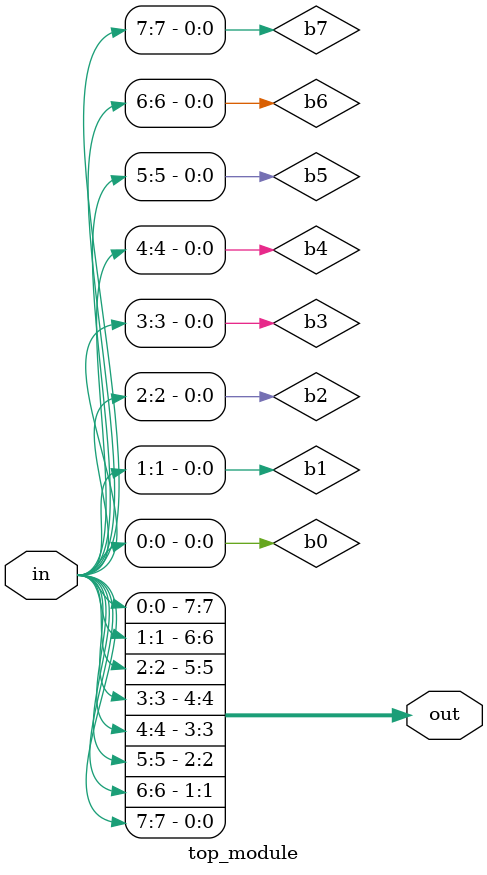
<source format=sv>
module top_module (
	input [7:0] in,
	output [7:0] out
);
	
	// Define a wire for each bit in the input vector
	wire b0, b1, b2, b3, b4, b5, b6, b7;

	// Assign each wire to the corresponding bit in the input vector
	assign b0 = in[0];
	assign b1 = in[1];
	assign b2 = in[2];
	assign b3 = in[3];
	assign b4 = in[4];
	assign b5 = in[5];
	assign b6 = in[6];
	assign b7 = in[7];

	// Reverse the bit ordering by assigning the reversed wires to the output vector
	assign out[0] = b7;
	assign out[1] = b6;
	assign out[2] = b5;
	assign out[3] = b4;
	assign out[4] = b3;
	assign out[5] = b2;
	assign out[6] = b1;
	assign out[7] = b0;

endmodule

</source>
